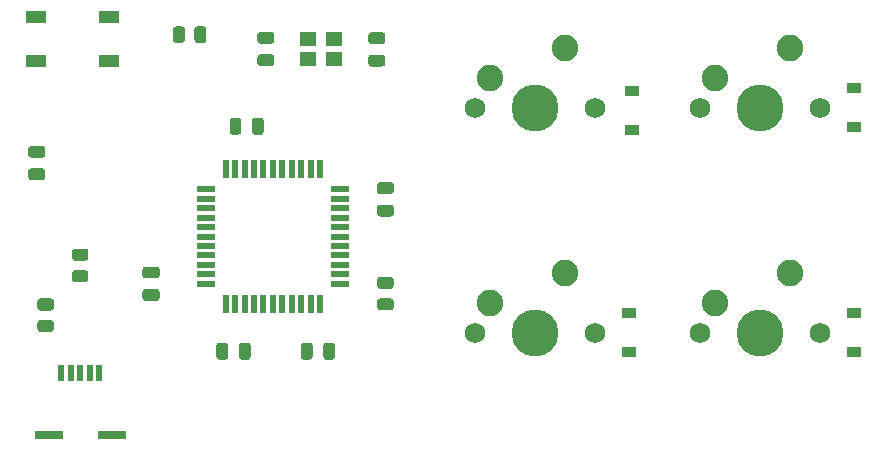
<source format=gbs>
%TF.GenerationSoftware,KiCad,Pcbnew,(5.1.10)-1*%
%TF.CreationDate,2021-12-23T21:02:22-05:00*%
%TF.ProjectId,Keypad,4b657970-6164-42e6-9b69-6361645f7063,rev?*%
%TF.SameCoordinates,Original*%
%TF.FileFunction,Soldermask,Bot*%
%TF.FilePolarity,Negative*%
%FSLAX46Y46*%
G04 Gerber Fmt 4.6, Leading zero omitted, Abs format (unit mm)*
G04 Created by KiCad (PCBNEW (5.1.10)-1) date 2021-12-23 21:02:22*
%MOMM*%
%LPD*%
G01*
G04 APERTURE LIST*
%ADD10R,1.800000X1.100000*%
%ADD11C,2.250000*%
%ADD12C,3.987800*%
%ADD13C,1.750000*%
%ADD14R,1.400000X1.200000*%
%ADD15R,2.350000X0.800000*%
%ADD16R,0.500000X1.400000*%
%ADD17R,0.550000X1.500000*%
%ADD18R,1.500000X0.550000*%
%ADD19R,1.200000X0.900000*%
G04 APERTURE END LIST*
D10*
%TO.C,SW1*%
X54558000Y-25709000D03*
X60758000Y-29409000D03*
X54558000Y-29409000D03*
X60758000Y-25709000D03*
%TD*%
D11*
%TO.C,K2*%
X99377500Y-47307500D03*
D12*
X96837500Y-52387500D03*
D11*
X93027500Y-49847500D03*
D13*
X91757500Y-52387500D03*
X101917500Y-52387500D03*
%TD*%
D14*
%TO.C,Y1*%
X79744750Y-27566250D03*
X77544750Y-27566250D03*
X77544750Y-29266250D03*
X79744750Y-29266250D03*
%TD*%
D15*
%TO.C,USB1*%
X55618000Y-61028000D03*
X60968000Y-61028000D03*
D16*
X56693000Y-55828000D03*
X57493000Y-55828000D03*
X58293000Y-55828000D03*
X59093000Y-55828000D03*
X59893000Y-55828000D03*
%TD*%
D17*
%TO.C,U1*%
X70612500Y-49959500D03*
X71412500Y-49959500D03*
X72212500Y-49959500D03*
X73012500Y-49959500D03*
X73812500Y-49959500D03*
X74612500Y-49959500D03*
X75412500Y-49959500D03*
X76212500Y-49959500D03*
X77012500Y-49959500D03*
X77812500Y-49959500D03*
X78612500Y-49959500D03*
D18*
X80312500Y-48259500D03*
X80312500Y-47459500D03*
X80312500Y-46659500D03*
X80312500Y-45859500D03*
X80312500Y-45059500D03*
X80312500Y-44259500D03*
X80312500Y-43459500D03*
X80312500Y-42659500D03*
X80312500Y-41859500D03*
X80312500Y-41059500D03*
X80312500Y-40259500D03*
D17*
X78612500Y-38559500D03*
X77812500Y-38559500D03*
X77012500Y-38559500D03*
X76212500Y-38559500D03*
X75412500Y-38559500D03*
X74612500Y-38559500D03*
X73812500Y-38559500D03*
X73012500Y-38559500D03*
X72212500Y-38559500D03*
X71412500Y-38559500D03*
X70612500Y-38559500D03*
D18*
X68912500Y-40259500D03*
X68912500Y-41059500D03*
X68912500Y-41859500D03*
X68912500Y-42659500D03*
X68912500Y-43459500D03*
X68912500Y-44259500D03*
X68912500Y-45059500D03*
X68912500Y-45859500D03*
X68912500Y-46659500D03*
X68912500Y-47459500D03*
X68912500Y-48259500D03*
%TD*%
%TO.C,R4*%
G36*
G01*
X84587501Y-48693750D02*
X83687499Y-48693750D01*
G75*
G02*
X83437500Y-48443751I0J249999D01*
G01*
X83437500Y-47918749D01*
G75*
G02*
X83687499Y-47668750I249999J0D01*
G01*
X84587501Y-47668750D01*
G75*
G02*
X84837500Y-47918749I0J-249999D01*
G01*
X84837500Y-48443751D01*
G75*
G02*
X84587501Y-48693750I-249999J0D01*
G01*
G37*
G36*
G01*
X84587501Y-50518750D02*
X83687499Y-50518750D01*
G75*
G02*
X83437500Y-50268751I0J249999D01*
G01*
X83437500Y-49743749D01*
G75*
G02*
X83687499Y-49493750I249999J0D01*
G01*
X84587501Y-49493750D01*
G75*
G02*
X84837500Y-49743749I0J-249999D01*
G01*
X84837500Y-50268751D01*
G75*
G02*
X84587501Y-50518750I-249999J0D01*
G01*
G37*
%TD*%
%TO.C,R3*%
G36*
G01*
X67964000Y-27628001D02*
X67964000Y-26727999D01*
G75*
G02*
X68213999Y-26478000I249999J0D01*
G01*
X68739001Y-26478000D01*
G75*
G02*
X68989000Y-26727999I0J-249999D01*
G01*
X68989000Y-27628001D01*
G75*
G02*
X68739001Y-27878000I-249999J0D01*
G01*
X68213999Y-27878000D01*
G75*
G02*
X67964000Y-27628001I0J249999D01*
G01*
G37*
G36*
G01*
X66139000Y-27628001D02*
X66139000Y-26727999D01*
G75*
G02*
X66388999Y-26478000I249999J0D01*
G01*
X66914001Y-26478000D01*
G75*
G02*
X67164000Y-26727999I0J-249999D01*
G01*
X67164000Y-27628001D01*
G75*
G02*
X66914001Y-27878000I-249999J0D01*
G01*
X66388999Y-27878000D01*
G75*
G02*
X66139000Y-27628001I0J249999D01*
G01*
G37*
%TD*%
%TO.C,R2*%
G36*
G01*
X54921999Y-51327000D02*
X55822001Y-51327000D01*
G75*
G02*
X56072000Y-51576999I0J-249999D01*
G01*
X56072000Y-52102001D01*
G75*
G02*
X55822001Y-52352000I-249999J0D01*
G01*
X54921999Y-52352000D01*
G75*
G02*
X54672000Y-52102001I0J249999D01*
G01*
X54672000Y-51576999D01*
G75*
G02*
X54921999Y-51327000I249999J0D01*
G01*
G37*
G36*
G01*
X54921999Y-49502000D02*
X55822001Y-49502000D01*
G75*
G02*
X56072000Y-49751999I0J-249999D01*
G01*
X56072000Y-50277001D01*
G75*
G02*
X55822001Y-50527000I-249999J0D01*
G01*
X54921999Y-50527000D01*
G75*
G02*
X54672000Y-50277001I0J249999D01*
G01*
X54672000Y-49751999D01*
G75*
G02*
X54921999Y-49502000I249999J0D01*
G01*
G37*
%TD*%
%TO.C,R1*%
G36*
G01*
X57842999Y-47112500D02*
X58743001Y-47112500D01*
G75*
G02*
X58993000Y-47362499I0J-249999D01*
G01*
X58993000Y-47887501D01*
G75*
G02*
X58743001Y-48137500I-249999J0D01*
G01*
X57842999Y-48137500D01*
G75*
G02*
X57593000Y-47887501I0J249999D01*
G01*
X57593000Y-47362499D01*
G75*
G02*
X57842999Y-47112500I249999J0D01*
G01*
G37*
G36*
G01*
X57842999Y-45287500D02*
X58743001Y-45287500D01*
G75*
G02*
X58993000Y-45537499I0J-249999D01*
G01*
X58993000Y-46062501D01*
G75*
G02*
X58743001Y-46312500I-249999J0D01*
G01*
X57842999Y-46312500D01*
G75*
G02*
X57593000Y-46062501I0J249999D01*
G01*
X57593000Y-45537499D01*
G75*
G02*
X57842999Y-45287500I249999J0D01*
G01*
G37*
%TD*%
D11*
%TO.C,K4*%
X118427500Y-47307500D03*
D12*
X115887500Y-52387500D03*
D11*
X112077500Y-49847500D03*
D13*
X110807500Y-52387500D03*
X120967500Y-52387500D03*
%TD*%
D11*
%TO.C,K3*%
X118427500Y-28257500D03*
D12*
X115887500Y-33337500D03*
D11*
X112077500Y-30797500D03*
D13*
X110807500Y-33337500D03*
X120967500Y-33337500D03*
%TD*%
D11*
%TO.C,K1*%
X99377500Y-28257500D03*
D12*
X96837500Y-33337500D03*
D11*
X93027500Y-30797500D03*
D13*
X91757500Y-33337500D03*
X101917500Y-33337500D03*
%TD*%
D19*
%TO.C,D4*%
X123825000Y-50737500D03*
X123825000Y-54037500D03*
%TD*%
%TO.C,D3*%
X123825000Y-31687500D03*
X123825000Y-34987500D03*
%TD*%
%TO.C,D2*%
X104775000Y-50737500D03*
X104775000Y-54037500D03*
%TD*%
%TO.C,D1*%
X105029000Y-31941500D03*
X105029000Y-35241500D03*
%TD*%
%TO.C,C8*%
G36*
G01*
X71731250Y-54450000D02*
X71731250Y-53500000D01*
G75*
G02*
X71981250Y-53250000I250000J0D01*
G01*
X72481250Y-53250000D01*
G75*
G02*
X72731250Y-53500000I0J-250000D01*
G01*
X72731250Y-54450000D01*
G75*
G02*
X72481250Y-54700000I-250000J0D01*
G01*
X71981250Y-54700000D01*
G75*
G02*
X71731250Y-54450000I0J250000D01*
G01*
G37*
G36*
G01*
X69831250Y-54450000D02*
X69831250Y-53500000D01*
G75*
G02*
X70081250Y-53250000I250000J0D01*
G01*
X70581250Y-53250000D01*
G75*
G02*
X70831250Y-53500000I0J-250000D01*
G01*
X70831250Y-54450000D01*
G75*
G02*
X70581250Y-54700000I-250000J0D01*
G01*
X70081250Y-54700000D01*
G75*
G02*
X69831250Y-54450000I0J250000D01*
G01*
G37*
%TD*%
%TO.C,C7*%
G36*
G01*
X84612500Y-40668750D02*
X83662500Y-40668750D01*
G75*
G02*
X83412500Y-40418750I0J250000D01*
G01*
X83412500Y-39918750D01*
G75*
G02*
X83662500Y-39668750I250000J0D01*
G01*
X84612500Y-39668750D01*
G75*
G02*
X84862500Y-39918750I0J-250000D01*
G01*
X84862500Y-40418750D01*
G75*
G02*
X84612500Y-40668750I-250000J0D01*
G01*
G37*
G36*
G01*
X84612500Y-42568750D02*
X83662500Y-42568750D01*
G75*
G02*
X83412500Y-42318750I0J250000D01*
G01*
X83412500Y-41818750D01*
G75*
G02*
X83662500Y-41568750I250000J0D01*
G01*
X84612500Y-41568750D01*
G75*
G02*
X84862500Y-41818750I0J-250000D01*
G01*
X84862500Y-42318750D01*
G75*
G02*
X84612500Y-42568750I-250000J0D01*
G01*
G37*
%TD*%
%TO.C,C6*%
G36*
G01*
X72837500Y-35400000D02*
X72837500Y-34450000D01*
G75*
G02*
X73087500Y-34200000I250000J0D01*
G01*
X73587500Y-34200000D01*
G75*
G02*
X73837500Y-34450000I0J-250000D01*
G01*
X73837500Y-35400000D01*
G75*
G02*
X73587500Y-35650000I-250000J0D01*
G01*
X73087500Y-35650000D01*
G75*
G02*
X72837500Y-35400000I0J250000D01*
G01*
G37*
G36*
G01*
X70937500Y-35400000D02*
X70937500Y-34450000D01*
G75*
G02*
X71187500Y-34200000I250000J0D01*
G01*
X71687500Y-34200000D01*
G75*
G02*
X71937500Y-34450000I0J-250000D01*
G01*
X71937500Y-35400000D01*
G75*
G02*
X71687500Y-35650000I-250000J0D01*
G01*
X71187500Y-35650000D01*
G75*
G02*
X70937500Y-35400000I0J250000D01*
G01*
G37*
%TD*%
%TO.C,C5*%
G36*
G01*
X77975000Y-53500000D02*
X77975000Y-54450000D01*
G75*
G02*
X77725000Y-54700000I-250000J0D01*
G01*
X77225000Y-54700000D01*
G75*
G02*
X76975000Y-54450000I0J250000D01*
G01*
X76975000Y-53500000D01*
G75*
G02*
X77225000Y-53250000I250000J0D01*
G01*
X77725000Y-53250000D01*
G75*
G02*
X77975000Y-53500000I0J-250000D01*
G01*
G37*
G36*
G01*
X79875000Y-53500000D02*
X79875000Y-54450000D01*
G75*
G02*
X79625000Y-54700000I-250000J0D01*
G01*
X79125000Y-54700000D01*
G75*
G02*
X78875000Y-54450000I0J250000D01*
G01*
X78875000Y-53500000D01*
G75*
G02*
X79125000Y-53250000I250000J0D01*
G01*
X79625000Y-53250000D01*
G75*
G02*
X79875000Y-53500000I0J-250000D01*
G01*
G37*
%TD*%
%TO.C,C4*%
G36*
G01*
X64768750Y-47812500D02*
X63818750Y-47812500D01*
G75*
G02*
X63568750Y-47562500I0J250000D01*
G01*
X63568750Y-47062500D01*
G75*
G02*
X63818750Y-46812500I250000J0D01*
G01*
X64768750Y-46812500D01*
G75*
G02*
X65018750Y-47062500I0J-250000D01*
G01*
X65018750Y-47562500D01*
G75*
G02*
X64768750Y-47812500I-250000J0D01*
G01*
G37*
G36*
G01*
X64768750Y-49712500D02*
X63818750Y-49712500D01*
G75*
G02*
X63568750Y-49462500I0J250000D01*
G01*
X63568750Y-48962500D01*
G75*
G02*
X63818750Y-48712500I250000J0D01*
G01*
X64768750Y-48712500D01*
G75*
G02*
X65018750Y-48962500I0J-250000D01*
G01*
X65018750Y-49462500D01*
G75*
G02*
X64768750Y-49712500I-250000J0D01*
G01*
G37*
%TD*%
%TO.C,C3*%
G36*
G01*
X74484250Y-27932000D02*
X73534250Y-27932000D01*
G75*
G02*
X73284250Y-27682000I0J250000D01*
G01*
X73284250Y-27182000D01*
G75*
G02*
X73534250Y-26932000I250000J0D01*
G01*
X74484250Y-26932000D01*
G75*
G02*
X74734250Y-27182000I0J-250000D01*
G01*
X74734250Y-27682000D01*
G75*
G02*
X74484250Y-27932000I-250000J0D01*
G01*
G37*
G36*
G01*
X74484250Y-29832000D02*
X73534250Y-29832000D01*
G75*
G02*
X73284250Y-29582000I0J250000D01*
G01*
X73284250Y-29082000D01*
G75*
G02*
X73534250Y-28832000I250000J0D01*
G01*
X74484250Y-28832000D01*
G75*
G02*
X74734250Y-29082000I0J-250000D01*
G01*
X74734250Y-29582000D01*
G75*
G02*
X74484250Y-29832000I-250000J0D01*
G01*
G37*
%TD*%
%TO.C,C2*%
G36*
G01*
X82932250Y-28866250D02*
X83882250Y-28866250D01*
G75*
G02*
X84132250Y-29116250I0J-250000D01*
G01*
X84132250Y-29616250D01*
G75*
G02*
X83882250Y-29866250I-250000J0D01*
G01*
X82932250Y-29866250D01*
G75*
G02*
X82682250Y-29616250I0J250000D01*
G01*
X82682250Y-29116250D01*
G75*
G02*
X82932250Y-28866250I250000J0D01*
G01*
G37*
G36*
G01*
X82932250Y-26966250D02*
X83882250Y-26966250D01*
G75*
G02*
X84132250Y-27216250I0J-250000D01*
G01*
X84132250Y-27716250D01*
G75*
G02*
X83882250Y-27966250I-250000J0D01*
G01*
X82932250Y-27966250D01*
G75*
G02*
X82682250Y-27716250I0J250000D01*
G01*
X82682250Y-27216250D01*
G75*
G02*
X82932250Y-26966250I250000J0D01*
G01*
G37*
%TD*%
%TO.C,C1*%
G36*
G01*
X55085000Y-37589000D02*
X54135000Y-37589000D01*
G75*
G02*
X53885000Y-37339000I0J250000D01*
G01*
X53885000Y-36839000D01*
G75*
G02*
X54135000Y-36589000I250000J0D01*
G01*
X55085000Y-36589000D01*
G75*
G02*
X55335000Y-36839000I0J-250000D01*
G01*
X55335000Y-37339000D01*
G75*
G02*
X55085000Y-37589000I-250000J0D01*
G01*
G37*
G36*
G01*
X55085000Y-39489000D02*
X54135000Y-39489000D01*
G75*
G02*
X53885000Y-39239000I0J250000D01*
G01*
X53885000Y-38739000D01*
G75*
G02*
X54135000Y-38489000I250000J0D01*
G01*
X55085000Y-38489000D01*
G75*
G02*
X55335000Y-38739000I0J-250000D01*
G01*
X55335000Y-39239000D01*
G75*
G02*
X55085000Y-39489000I-250000J0D01*
G01*
G37*
%TD*%
M02*

</source>
